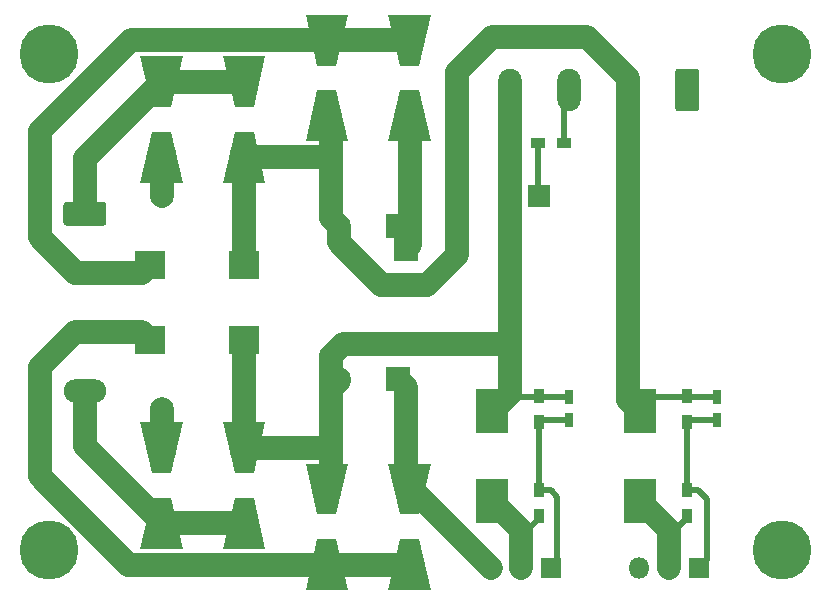
<source format=gtl>
G04 #@! TF.GenerationSoftware,KiCad,Pcbnew,(5.1.2)-2*
G04 #@! TF.CreationDate,2020-01-06T22:07:24+01:00*
G04 #@! TF.ProjectId,psu,7073752e-6b69-4636-9164-5f7063625858,rev?*
G04 #@! TF.SameCoordinates,Original*
G04 #@! TF.FileFunction,Copper,L1,Top*
G04 #@! TF.FilePolarity,Positive*
%FSLAX46Y46*%
G04 Gerber Fmt 4.6, Leading zero omitted, Abs format (unit mm)*
G04 Created by KiCad (PCBNEW (5.1.2)-2) date 2020-01-06 22:07:24*
%MOMM*%
%LPD*%
G04 APERTURE LIST*
%ADD10C,5.000000*%
%ADD11R,2.000000X2.000000*%
%ADD12C,2.000000*%
%ADD13R,0.750000X1.200000*%
%ADD14R,2.700000X3.750000*%
%ADD15C,2.532420*%
%ADD16C,0.100000*%
%ADD17O,3.600000X2.000000*%
%ADD18O,2.000000X3.600000*%
%ADD19C,1.850000*%
%ADD20R,1.850000X1.850000*%
%ADD21R,2.500000X2.400000*%
%ADD22R,0.900000X1.200000*%
%ADD23R,1.200000X0.900000*%
%ADD24O,1.800000X1.800000*%
%ADD25R,1.800000X1.800000*%
%ADD26C,2.000000*%
%ADD27C,0.500000*%
G04 APERTURE END LIST*
D10*
X24000000Y-66000000D03*
X86000000Y-66000000D03*
X86000000Y-24000000D03*
X24000000Y-24000000D03*
D11*
X53500000Y-38500000D03*
D12*
X48500000Y-38500000D03*
D11*
X54172144Y-40500000D03*
D12*
X47827856Y-36500000D03*
X47827856Y-49500000D03*
D11*
X54172144Y-53500000D03*
D12*
X48500000Y-51500000D03*
D11*
X53500000Y-51500000D03*
D13*
X80500000Y-54950000D03*
X80500000Y-53050000D03*
X68000000Y-53050000D03*
X68000000Y-54950000D03*
D14*
X74000000Y-61775000D03*
X74000000Y-54225000D03*
X61500000Y-54225000D03*
X61500000Y-61775000D03*
D15*
X54500000Y-29200000D03*
D16*
G36*
X56300000Y-31350000D02*
G01*
X52700000Y-31350000D01*
X53700000Y-27050000D01*
X55300000Y-27050000D01*
X56300000Y-31350000D01*
X56300000Y-31350000D01*
G37*
D15*
X54500000Y-22800000D03*
D16*
G36*
X52700000Y-20650000D02*
G01*
X56300000Y-20650000D01*
X55300000Y-24950000D01*
X53700000Y-24950000D01*
X52700000Y-20650000D01*
X52700000Y-20650000D01*
G37*
D15*
X47500000Y-29200000D03*
D16*
G36*
X49300000Y-31350000D02*
G01*
X45700000Y-31350000D01*
X46700000Y-27050000D01*
X48300000Y-27050000D01*
X49300000Y-31350000D01*
X49300000Y-31350000D01*
G37*
D15*
X47500000Y-22800000D03*
D16*
G36*
X45700000Y-20650000D02*
G01*
X49300000Y-20650000D01*
X48300000Y-24950000D01*
X46700000Y-24950000D01*
X45700000Y-20650000D01*
X45700000Y-20650000D01*
G37*
D15*
X33500000Y-63700000D03*
D16*
G36*
X35300000Y-65850000D02*
G01*
X31700000Y-65850000D01*
X32700000Y-61550000D01*
X34300000Y-61550000D01*
X35300000Y-65850000D01*
X35300000Y-65850000D01*
G37*
D15*
X33500000Y-57300000D03*
D16*
G36*
X31700000Y-55150000D02*
G01*
X35300000Y-55150000D01*
X34300000Y-59450000D01*
X32700000Y-59450000D01*
X31700000Y-55150000D01*
X31700000Y-55150000D01*
G37*
D15*
X40500000Y-63700000D03*
D16*
G36*
X42300000Y-65850000D02*
G01*
X38700000Y-65850000D01*
X39700000Y-61550000D01*
X41300000Y-61550000D01*
X42300000Y-65850000D01*
X42300000Y-65850000D01*
G37*
D15*
X40500000Y-57300000D03*
D16*
G36*
X38700000Y-55150000D02*
G01*
X42300000Y-55150000D01*
X41300000Y-59450000D01*
X39700000Y-59450000D01*
X38700000Y-55150000D01*
X38700000Y-55150000D01*
G37*
D15*
X33500000Y-32700000D03*
D16*
G36*
X35300000Y-34850000D02*
G01*
X31700000Y-34850000D01*
X32700000Y-30550000D01*
X34300000Y-30550000D01*
X35300000Y-34850000D01*
X35300000Y-34850000D01*
G37*
D15*
X33500000Y-26300000D03*
D16*
G36*
X31700000Y-24150000D02*
G01*
X35300000Y-24150000D01*
X34300000Y-28450000D01*
X32700000Y-28450000D01*
X31700000Y-24150000D01*
X31700000Y-24150000D01*
G37*
D15*
X40500000Y-32700000D03*
D16*
G36*
X42300000Y-34850000D02*
G01*
X38700000Y-34850000D01*
X39700000Y-30550000D01*
X41300000Y-30550000D01*
X42300000Y-34850000D01*
X42300000Y-34850000D01*
G37*
D15*
X40500000Y-26300000D03*
D16*
G36*
X38700000Y-24150000D02*
G01*
X42300000Y-24150000D01*
X41300000Y-28450000D01*
X39700000Y-28450000D01*
X38700000Y-24150000D01*
X38700000Y-24150000D01*
G37*
D15*
X54500000Y-60800000D03*
D16*
G36*
X52700000Y-58650000D02*
G01*
X56300000Y-58650000D01*
X55300000Y-62950000D01*
X53700000Y-62950000D01*
X52700000Y-58650000D01*
X52700000Y-58650000D01*
G37*
D15*
X54500000Y-67200000D03*
D16*
G36*
X56300000Y-69350000D02*
G01*
X52700000Y-69350000D01*
X53700000Y-65050000D01*
X55300000Y-65050000D01*
X56300000Y-69350000D01*
X56300000Y-69350000D01*
G37*
D15*
X47500000Y-60800000D03*
D16*
G36*
X45700000Y-58650000D02*
G01*
X49300000Y-58650000D01*
X48300000Y-62950000D01*
X46700000Y-62950000D01*
X45700000Y-58650000D01*
X45700000Y-58650000D01*
G37*
D15*
X47500000Y-67200000D03*
D16*
G36*
X49300000Y-69350000D02*
G01*
X45700000Y-69350000D01*
X46700000Y-65050000D01*
X48300000Y-65050000D01*
X49300000Y-69350000D01*
X49300000Y-69350000D01*
G37*
G36*
X28574504Y-36501204D02*
G01*
X28598773Y-36504804D01*
X28622571Y-36510765D01*
X28645671Y-36519030D01*
X28667849Y-36529520D01*
X28688893Y-36542133D01*
X28708598Y-36556747D01*
X28726777Y-36573223D01*
X28743253Y-36591402D01*
X28757867Y-36611107D01*
X28770480Y-36632151D01*
X28780970Y-36654329D01*
X28789235Y-36677429D01*
X28795196Y-36701227D01*
X28798796Y-36725496D01*
X28800000Y-36750000D01*
X28800000Y-38250000D01*
X28798796Y-38274504D01*
X28795196Y-38298773D01*
X28789235Y-38322571D01*
X28780970Y-38345671D01*
X28770480Y-38367849D01*
X28757867Y-38388893D01*
X28743253Y-38408598D01*
X28726777Y-38426777D01*
X28708598Y-38443253D01*
X28688893Y-38457867D01*
X28667849Y-38470480D01*
X28645671Y-38480970D01*
X28622571Y-38489235D01*
X28598773Y-38495196D01*
X28574504Y-38498796D01*
X28550000Y-38500000D01*
X25450000Y-38500000D01*
X25425496Y-38498796D01*
X25401227Y-38495196D01*
X25377429Y-38489235D01*
X25354329Y-38480970D01*
X25332151Y-38470480D01*
X25311107Y-38457867D01*
X25291402Y-38443253D01*
X25273223Y-38426777D01*
X25256747Y-38408598D01*
X25242133Y-38388893D01*
X25229520Y-38367849D01*
X25219030Y-38345671D01*
X25210765Y-38322571D01*
X25204804Y-38298773D01*
X25201204Y-38274504D01*
X25200000Y-38250000D01*
X25200000Y-36750000D01*
X25201204Y-36725496D01*
X25204804Y-36701227D01*
X25210765Y-36677429D01*
X25219030Y-36654329D01*
X25229520Y-36632151D01*
X25242133Y-36611107D01*
X25256747Y-36591402D01*
X25273223Y-36573223D01*
X25291402Y-36556747D01*
X25311107Y-36542133D01*
X25332151Y-36529520D01*
X25354329Y-36519030D01*
X25377429Y-36510765D01*
X25401227Y-36504804D01*
X25425496Y-36501204D01*
X25450000Y-36500000D01*
X28550000Y-36500000D01*
X28574504Y-36501204D01*
X28574504Y-36501204D01*
G37*
D12*
X27000000Y-37500000D03*
D17*
X27000000Y-42500000D03*
X27000000Y-47500000D03*
X27000000Y-52500000D03*
D18*
X63000000Y-27000000D03*
X68000000Y-27000000D03*
X73000000Y-27000000D03*
D16*
G36*
X78774504Y-25201204D02*
G01*
X78798773Y-25204804D01*
X78822571Y-25210765D01*
X78845671Y-25219030D01*
X78867849Y-25229520D01*
X78888893Y-25242133D01*
X78908598Y-25256747D01*
X78926777Y-25273223D01*
X78943253Y-25291402D01*
X78957867Y-25311107D01*
X78970480Y-25332151D01*
X78980970Y-25354329D01*
X78989235Y-25377429D01*
X78995196Y-25401227D01*
X78998796Y-25425496D01*
X79000000Y-25450000D01*
X79000000Y-28550000D01*
X78998796Y-28574504D01*
X78995196Y-28598773D01*
X78989235Y-28622571D01*
X78980970Y-28645671D01*
X78970480Y-28667849D01*
X78957867Y-28688893D01*
X78943253Y-28708598D01*
X78926777Y-28726777D01*
X78908598Y-28743253D01*
X78888893Y-28757867D01*
X78867849Y-28770480D01*
X78845671Y-28780970D01*
X78822571Y-28789235D01*
X78798773Y-28795196D01*
X78774504Y-28798796D01*
X78750000Y-28800000D01*
X77250000Y-28800000D01*
X77225496Y-28798796D01*
X77201227Y-28795196D01*
X77177429Y-28789235D01*
X77154329Y-28780970D01*
X77132151Y-28770480D01*
X77111107Y-28757867D01*
X77091402Y-28743253D01*
X77073223Y-28726777D01*
X77056747Y-28708598D01*
X77042133Y-28688893D01*
X77029520Y-28667849D01*
X77019030Y-28645671D01*
X77010765Y-28622571D01*
X77004804Y-28598773D01*
X77001204Y-28574504D01*
X77000000Y-28550000D01*
X77000000Y-25450000D01*
X77001204Y-25425496D01*
X77004804Y-25401227D01*
X77010765Y-25377429D01*
X77019030Y-25354329D01*
X77029520Y-25332151D01*
X77042133Y-25311107D01*
X77056747Y-25291402D01*
X77073223Y-25273223D01*
X77091402Y-25256747D01*
X77111107Y-25242133D01*
X77132151Y-25229520D01*
X77154329Y-25219030D01*
X77177429Y-25210765D01*
X77201227Y-25204804D01*
X77225496Y-25201204D01*
X77250000Y-25200000D01*
X78750000Y-25200000D01*
X78774504Y-25201204D01*
X78774504Y-25201204D01*
G37*
D12*
X78000000Y-27000000D03*
D19*
X63000000Y-36000000D03*
D20*
X65500000Y-36000000D03*
D21*
X32500000Y-41850000D03*
X32500000Y-48150000D03*
D22*
X78000000Y-52900000D03*
X78000000Y-55100000D03*
X65500000Y-52900000D03*
X65500000Y-55100000D03*
X78000000Y-63100000D03*
X78000000Y-60900000D03*
X65500000Y-60900000D03*
X65500000Y-63100000D03*
D21*
X40500000Y-48150000D03*
X40500000Y-41850000D03*
D23*
X67600000Y-31500000D03*
X65400000Y-31500000D03*
D24*
X73920000Y-67500000D03*
X76460000Y-67500000D03*
D25*
X79000000Y-67500000D03*
X66500000Y-67500000D03*
D24*
X63960000Y-67500000D03*
X61420000Y-67500000D03*
D12*
X33500000Y-36000000D03*
X33500000Y-54000000D03*
D26*
X54500000Y-40172144D02*
X54172144Y-40500000D01*
X54100000Y-38500000D02*
X54500000Y-38900000D01*
X53500000Y-38500000D02*
X54100000Y-38500000D01*
X54500000Y-29200000D02*
X54500000Y-38900000D01*
X54500000Y-38900000D02*
X54500000Y-40172144D01*
X33500000Y-32700000D02*
X33500000Y-36000000D01*
X47827856Y-29527856D02*
X47500000Y-29200000D01*
X47827856Y-37827856D02*
X48500000Y-38500000D01*
X47827856Y-36500000D02*
X47827856Y-37827856D01*
X47500000Y-32700000D02*
X47827856Y-33027856D01*
X40500000Y-32700000D02*
X47500000Y-32700000D01*
X47827856Y-36500000D02*
X47827856Y-33027856D01*
X47827856Y-33027856D02*
X47827856Y-29527856D01*
X73000000Y-53225000D02*
X74000000Y-54225000D01*
X73000000Y-27000000D02*
X73000000Y-53225000D01*
X58500000Y-25500000D02*
X61500000Y-22500000D01*
X58500000Y-41000000D02*
X58500000Y-25500000D01*
X48500000Y-39914213D02*
X52085787Y-43500000D01*
X56000000Y-43500000D02*
X58500000Y-41000000D01*
X52085787Y-43500000D02*
X56000000Y-43500000D01*
X48500000Y-38500000D02*
X48500000Y-39914213D01*
X61500000Y-22500000D02*
X69500000Y-22500000D01*
X69500000Y-22500000D02*
X73000000Y-26000000D01*
X73000000Y-26000000D02*
X73000000Y-27000000D01*
D27*
X75175000Y-53050000D02*
X74000000Y-54225000D01*
X80500000Y-53050000D02*
X75175000Y-53050000D01*
D26*
X40500000Y-41850000D02*
X40500000Y-32700000D01*
X47827856Y-60472144D02*
X47500000Y-60800000D01*
X48500000Y-51655712D02*
X47827856Y-52327856D01*
X48500000Y-51500000D02*
X48500000Y-51655712D01*
X47827856Y-49500000D02*
X47827856Y-52327856D01*
X41902144Y-57302144D02*
X47827856Y-57302144D01*
X41900000Y-57300000D02*
X41902144Y-57302144D01*
X40500000Y-57300000D02*
X41900000Y-57300000D01*
X47827856Y-52327856D02*
X47827856Y-57302144D01*
X47827856Y-57302144D02*
X47827856Y-60472144D01*
X63000000Y-27000000D02*
X63000000Y-36000000D01*
X63000000Y-52725000D02*
X61500000Y-54225000D01*
X62999999Y-48500001D02*
X63000000Y-48500000D01*
X48827855Y-48500001D02*
X62999999Y-48500001D01*
X47827856Y-49500000D02*
X48827855Y-48500001D01*
X63000000Y-36000000D02*
X63000000Y-48500000D01*
X63000000Y-48500000D02*
X63000000Y-52725000D01*
D27*
X63325000Y-53050000D02*
X68000000Y-53050000D01*
X63000000Y-52725000D02*
X63325000Y-53050000D01*
D26*
X40500000Y-48150000D02*
X40500000Y-57300000D01*
X54172144Y-60472144D02*
X54500000Y-60800000D01*
X54172144Y-53500000D02*
X54172144Y-60472144D01*
X54172144Y-52172144D02*
X53500000Y-51500000D01*
X54172144Y-53500000D02*
X54172144Y-52172144D01*
X33500000Y-57300000D02*
X33500000Y-54000000D01*
X54720000Y-60800000D02*
X61420000Y-67500000D01*
X54500000Y-60800000D02*
X54720000Y-60800000D01*
D27*
X78150000Y-54950000D02*
X78000000Y-55100000D01*
X80500000Y-54950000D02*
X78150000Y-54950000D01*
X78000000Y-56200000D02*
X78000000Y-60900000D01*
X78000000Y-55100000D02*
X78000000Y-56200000D01*
X79670000Y-66830000D02*
X79000000Y-67500000D01*
X79670000Y-61620000D02*
X79670000Y-66830000D01*
X78000000Y-60900000D02*
X78950000Y-60900000D01*
X78950000Y-60900000D02*
X79670000Y-61620000D01*
X65650000Y-54950000D02*
X65500000Y-55100000D01*
X68000000Y-54950000D02*
X65650000Y-54950000D01*
X65500000Y-55100000D02*
X65500000Y-60900000D01*
X67000000Y-67000000D02*
X66500000Y-67500000D01*
X67000000Y-61450000D02*
X67000000Y-67000000D01*
X65500000Y-60900000D02*
X66450000Y-60900000D01*
X66450000Y-60900000D02*
X67000000Y-61450000D01*
D26*
X76460000Y-64235000D02*
X76460000Y-67500000D01*
X74000000Y-61775000D02*
X76460000Y-64235000D01*
D27*
X77015000Y-64235000D02*
X76460000Y-64235000D01*
X78000000Y-63250000D02*
X77015000Y-64235000D01*
X78000000Y-63100000D02*
X78000000Y-63250000D01*
D26*
X63960000Y-64235000D02*
X61500000Y-61775000D01*
X63960000Y-67500000D02*
X63960000Y-64235000D01*
D27*
X65500000Y-63250000D02*
X65500000Y-63100000D01*
X64515000Y-64235000D02*
X65500000Y-63250000D01*
X63960000Y-64235000D02*
X64515000Y-64235000D01*
X67600000Y-27400000D02*
X68000000Y-27000000D01*
X67600000Y-31500000D02*
X67600000Y-27400000D01*
D26*
X54500000Y-22800000D02*
X47500000Y-22800000D01*
X31850000Y-42500000D02*
X32500000Y-41850000D01*
X27000000Y-42500000D02*
X31850000Y-42500000D01*
X26200000Y-42500000D02*
X27000000Y-42500000D01*
X23200000Y-39500000D02*
X26200000Y-42500000D01*
X23200000Y-30500000D02*
X23200000Y-39500000D01*
X47500000Y-22800000D02*
X30900000Y-22800000D01*
X30900000Y-22800000D02*
X23200000Y-30500000D01*
X33500000Y-63700000D02*
X40500000Y-63700000D01*
X27000000Y-57200000D02*
X33500000Y-63700000D01*
X27000000Y-52500000D02*
X27000000Y-57200000D01*
X40500000Y-26300000D02*
X33500000Y-26300000D01*
X27000000Y-32800000D02*
X33500000Y-26300000D01*
X27000000Y-37500000D02*
X27000000Y-32800000D01*
X47500000Y-67200000D02*
X54500000Y-67200000D01*
X31850000Y-47500000D02*
X32500000Y-48150000D01*
X27000000Y-47500000D02*
X31850000Y-47500000D01*
X26200000Y-47500000D02*
X27000000Y-47500000D01*
X23200000Y-50500000D02*
X26200000Y-47500000D01*
X23200000Y-59723998D02*
X23200000Y-50500000D01*
X47500000Y-67200000D02*
X30676002Y-67200000D01*
X30676002Y-67200000D02*
X23200000Y-59723998D01*
D27*
X65400000Y-35900000D02*
X65500000Y-36000000D01*
X65400000Y-31500000D02*
X65400000Y-35900000D01*
M02*

</source>
